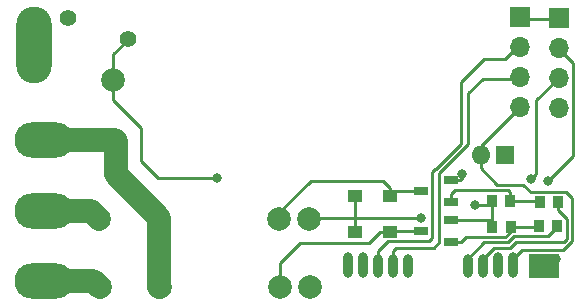
<source format=gbr>
G04 #@! TF.GenerationSoftware,KiCad,Pcbnew,(5.0.2)-1*
G04 #@! TF.CreationDate,2019-05-25T20:09:21+08:00*
G04 #@! TF.ProjectId,2RELAY,3252454c-4159-42e6-9b69-6361645f7063,rev?*
G04 #@! TF.SameCoordinates,Original*
G04 #@! TF.FileFunction,Copper,L1,Top*
G04 #@! TF.FilePolarity,Positive*
%FSLAX46Y46*%
G04 Gerber Fmt 4.6, Leading zero omitted, Abs format (unit mm)*
G04 Created by KiCad (PCBNEW (5.0.2)-1) date 2019-05-25 20:09:21*
%MOMM*%
%LPD*%
G01*
G04 APERTURE LIST*
G04 #@! TA.AperFunction,ComponentPad*
%ADD10R,1.700000X1.700000*%
G04 #@! TD*
G04 #@! TA.AperFunction,ComponentPad*
%ADD11O,1.700000X1.700000*%
G04 #@! TD*
G04 #@! TA.AperFunction,SMDPad,CuDef*
%ADD12R,0.930000X0.980000*%
G04 #@! TD*
G04 #@! TA.AperFunction,SMDPad,CuDef*
%ADD13O,0.800000X2.000000*%
G04 #@! TD*
G04 #@! TA.AperFunction,SMDPad,CuDef*
%ADD14R,2.500000X2.000000*%
G04 #@! TD*
G04 #@! TA.AperFunction,ComponentPad*
%ADD15C,2.000000*%
G04 #@! TD*
G04 #@! TA.AperFunction,ComponentPad*
%ADD16O,1.600000X1.600000*%
G04 #@! TD*
G04 #@! TA.AperFunction,ComponentPad*
%ADD17R,1.600000X1.600000*%
G04 #@! TD*
G04 #@! TA.AperFunction,SMDPad,CuDef*
%ADD18R,1.250000X1.000000*%
G04 #@! TD*
G04 #@! TA.AperFunction,SMDPad,CuDef*
%ADD19R,1.250000X0.700000*%
G04 #@! TD*
G04 #@! TA.AperFunction,ComponentPad*
%ADD20O,5.000000X3.000000*%
G04 #@! TD*
G04 #@! TA.AperFunction,ComponentPad*
%ADD21O,3.000000X6.500000*%
G04 #@! TD*
G04 #@! TA.AperFunction,ComponentPad*
%ADD22C,1.400000*%
G04 #@! TD*
G04 #@! TA.AperFunction,ViaPad*
%ADD23C,0.800000*%
G04 #@! TD*
G04 #@! TA.AperFunction,Conductor*
%ADD24C,0.250000*%
G04 #@! TD*
G04 #@! TA.AperFunction,Conductor*
%ADD25C,2.000000*%
G04 #@! TD*
G04 APERTURE END LIST*
D10*
G04 #@! TO.P,J6,1*
G04 #@! TO.N,GND*
X173829980Y-101079300D03*
D11*
G04 #@! TO.P,J6,2*
G04 #@! TO.N,A4*
X173829980Y-103619300D03*
G04 #@! TO.P,J6,3*
G04 #@! TO.N,A5*
X173829980Y-106159300D03*
G04 #@! TO.P,J6,4*
G04 #@! TO.N,VCC*
X173829980Y-108699300D03*
G04 #@! TD*
D12*
G04 #@! TO.P,R4,1*
G04 #@! TO.N,GND*
X171474640Y-118828820D03*
G04 #@! TO.P,R4,2*
G04 #@! TO.N,Net-(Q2-Pad1)*
X173014640Y-118828820D03*
G04 #@! TD*
G04 #@! TO.P,R3,2*
G04 #@! TO.N,D6*
X176954940Y-118813580D03*
G04 #@! TO.P,R3,1*
G04 #@! TO.N,Net-(Q2-Pad1)*
X175414940Y-118813580D03*
G04 #@! TD*
G04 #@! TO.P,R2,1*
G04 #@! TO.N,GND*
X171447080Y-116646960D03*
G04 #@! TO.P,R2,2*
G04 #@! TO.N,Net-(Q1-Pad1)*
X172987080Y-116646960D03*
G04 #@! TD*
G04 #@! TO.P,R1,2*
G04 #@! TO.N,D7*
X177012980Y-116702840D03*
G04 #@! TO.P,R1,1*
G04 #@! TO.N,Net-(Q1-Pad1)*
X175472980Y-116702840D03*
G04 #@! TD*
D13*
G04 #@! TO.P,U1,8*
G04 #@! TO.N,D2*
X164335460Y-122130820D03*
G04 #@! TO.P,U1,9*
G04 #@! TO.N,A5*
X163065460Y-122130820D03*
G04 #@! TO.P,U1,12*
G04 #@! TO.N,A2*
X159255460Y-122130820D03*
G04 #@! TO.P,U1,11*
G04 #@! TO.N,A3*
X160525460Y-122130820D03*
G04 #@! TO.P,U1,10*
G04 #@! TO.N,A4*
X161795460Y-122130820D03*
G04 #@! TO.P,U1,4*
G04 #@! TO.N,D6*
X169415460Y-122130820D03*
G04 #@! TO.P,U1,3*
G04 #@! TO.N,D7*
X170685460Y-122130820D03*
G04 #@! TO.P,U1,2*
G04 #@! TO.N,GND*
X171955460Y-122130820D03*
G04 #@! TO.P,U1,1*
G04 #@! TO.N,VCC*
X173225460Y-122130820D03*
D14*
G04 #@! TO.P,U1,2*
G04 #@! TO.N,GND*
X175872140Y-122130820D03*
G04 #@! TD*
D15*
G04 #@! TO.P,K1,3*
G04 #@! TO.N,L*
X143280280Y-118220640D03*
G04 #@! TO.P,K1,1*
G04 #@! TO.N,VCC*
X155980280Y-118220640D03*
G04 #@! TO.P,K1,2*
G04 #@! TO.N,Net-(D1-Pad1)*
X153440280Y-118220640D03*
G04 #@! TO.P,K1,4*
G04 #@! TO.N,L1*
X138200280Y-118220640D03*
G04 #@! TD*
G04 #@! TO.P,K2,4*
G04 #@! TO.N,L2*
X138203940Y-123926600D03*
G04 #@! TO.P,K2,2*
G04 #@! TO.N,Net-(D2-Pad1)*
X153443940Y-123926600D03*
G04 #@! TO.P,K2,1*
G04 #@! TO.N,VCC*
X155983940Y-123926600D03*
G04 #@! TO.P,K2,3*
G04 #@! TO.N,L*
X143283940Y-123926600D03*
G04 #@! TD*
D16*
G04 #@! TO.P,C1,1*
G04 #@! TO.N,VCC*
X170493940Y-112758220D03*
D17*
G04 #@! TO.P,C1,2*
G04 #@! TO.N,GND*
X172493940Y-112758220D03*
G04 #@! TD*
D10*
G04 #@! TO.P,J4,1*
G04 #@! TO.N,GND*
X177068480Y-101127560D03*
D11*
G04 #@! TO.P,J4,2*
G04 #@! TO.N,A3*
X177068480Y-103667560D03*
G04 #@! TO.P,J4,3*
G04 #@! TO.N,A2*
X177068480Y-106207560D03*
G04 #@! TO.P,J4,4*
G04 #@! TO.N,VCC*
X177068480Y-108747560D03*
G04 #@! TD*
D18*
G04 #@! TO.P,D2,1*
G04 #@! TO.N,Net-(D2-Pad1)*
X162819080Y-119258080D03*
G04 #@! TO.P,D2,2*
G04 #@! TO.N,VCC*
X159869080Y-119258080D03*
G04 #@! TD*
D19*
G04 #@! TO.P,Q2,1*
G04 #@! TO.N,Net-(Q2-Pad1)*
X167937180Y-120142080D03*
G04 #@! TO.P,Q2,2*
G04 #@! TO.N,GND*
X167937180Y-118242080D03*
G04 #@! TO.P,Q2,3*
G04 #@! TO.N,Net-(D2-Pad1)*
X165437180Y-119192080D03*
G04 #@! TD*
D20*
G04 #@! TO.P,J5,1*
G04 #@! TO.N,L2*
X133520180Y-123398280D03*
G04 #@! TD*
D21*
G04 #@! TO.P,J3,1*
G04 #@! TO.N,N*
X132618480Y-103451660D03*
G04 #@! TD*
D20*
G04 #@! TO.P,J2,1*
G04 #@! TO.N,L1*
X133507480Y-117475000D03*
G04 #@! TD*
G04 #@! TO.P,J1,1*
G04 #@! TO.N,L*
X133464300Y-111500000D03*
G04 #@! TD*
D15*
G04 #@! TO.P,F1,1*
G04 #@! TO.N,Net-(F1-Pad1)*
X139334240Y-106433620D03*
G04 #@! TO.P,F1,2*
G04 #@! TO.N,L*
X139324240Y-111513620D03*
G04 #@! TD*
D22*
G04 #@! TO.P,TH1,1*
G04 #@! TO.N,Net-(F1-Pad1)*
X140573760Y-102974140D03*
G04 #@! TO.P,TH1,2*
G04 #@! TO.N,N*
X135573760Y-101174140D03*
G04 #@! TD*
D18*
G04 #@! TO.P,D1,1*
G04 #@! TO.N,Net-(D1-Pad1)*
X162758120Y-116255800D03*
G04 #@! TO.P,D1,2*
G04 #@! TO.N,VCC*
X159808120Y-116255800D03*
G04 #@! TD*
D19*
G04 #@! TO.P,Q1,3*
G04 #@! TO.N,Net-(D1-Pad1)*
X165427660Y-115818920D03*
G04 #@! TO.P,Q1,2*
G04 #@! TO.N,GND*
X167927660Y-114868920D03*
G04 #@! TO.P,Q1,1*
G04 #@! TO.N,Net-(Q1-Pad1)*
X167927660Y-116768920D03*
G04 #@! TD*
D23*
G04 #@! TO.N,GND*
X176814480Y-121531380D03*
X168869360Y-114396520D03*
X171940220Y-121363433D03*
X170035220Y-116972080D03*
G04 #@! TO.N,Net-(F1-Pad1)*
X148186140Y-114719100D03*
G04 #@! TO.N,VCC*
X173248320Y-121394220D03*
X165387020Y-118094760D03*
G04 #@! TO.N,A2*
X159245300Y-121401840D03*
X174698660Y-114815620D03*
G04 #@! TO.N,A3*
X160543240Y-121376440D03*
X176199800Y-114985800D03*
G04 #@! TD*
D24*
G04 #@! TO.N,Net-(Q1-Pad1)*
X175417100Y-116646960D02*
X175472980Y-116702840D01*
X172987080Y-116646960D02*
X175417100Y-116646960D01*
X172987080Y-115898040D02*
X172987080Y-116646960D01*
X172811440Y-115722400D02*
X172987080Y-115898040D01*
X168277540Y-115722400D02*
X172811440Y-115722400D01*
X167927660Y-116768920D02*
X167927660Y-116072280D01*
X167927660Y-116072280D02*
X168277540Y-115722400D01*
G04 #@! TO.N,GND*
X171474640Y-116674520D02*
X171447080Y-116646960D01*
X173423580Y-101241860D02*
X173400720Y-101219000D01*
X176705260Y-101241860D02*
X173423580Y-101241860D01*
X168038780Y-118242080D02*
X167937180Y-118242080D01*
X171474640Y-118828820D02*
X171474640Y-117848384D01*
X171474640Y-117848384D02*
X171474636Y-117848380D01*
X168802660Y-114868920D02*
X168869360Y-114396520D01*
X167927660Y-114868920D02*
X168802660Y-114868920D01*
X168869360Y-114802220D02*
X168869360Y-114396520D01*
X168869360Y-114396520D02*
X168869360Y-114802220D01*
X171461940Y-118242080D02*
X171474640Y-118229380D01*
X167937180Y-118242080D02*
X171461940Y-118242080D01*
X171474640Y-118828820D02*
X171474640Y-118229380D01*
X171474640Y-118229380D02*
X171474640Y-116674520D01*
X171121960Y-116972080D02*
X171447080Y-116646960D01*
X170035220Y-116972080D02*
X171121960Y-116972080D01*
G04 #@! TO.N,D7*
X170685460Y-121530820D02*
X171600979Y-120615302D01*
X173498650Y-120108980D02*
X177525680Y-120108980D01*
X170685460Y-122130820D02*
X170685460Y-121530820D01*
X177789840Y-118219700D02*
X177012980Y-117442840D01*
X177012980Y-117442840D02*
X177012980Y-116702840D01*
X177525680Y-120108980D02*
X177789840Y-119844820D01*
X177789840Y-119844820D02*
X177789840Y-118219700D01*
X172992329Y-120615302D02*
X173498650Y-120108980D01*
X171600979Y-120615302D02*
X172992329Y-120615302D01*
G04 #@! TO.N,Net-(F1-Pad1)*
X139031820Y-106598720D02*
X139169140Y-106598720D01*
X139169140Y-106598720D02*
X139334240Y-106433620D01*
X140592820Y-102985560D02*
X140592820Y-102871680D01*
X139334240Y-106433620D02*
X139334240Y-104244140D01*
X139334240Y-104244140D02*
X140592820Y-102985560D01*
X139334240Y-108092240D02*
X139334240Y-106433620D01*
X141688820Y-110446820D02*
X139334240Y-108092240D01*
X141688820Y-113281460D02*
X141688820Y-110446820D01*
X148186140Y-114719100D02*
X143126460Y-114719100D01*
X143126460Y-114719100D02*
X141688820Y-113281460D01*
D25*
G04 #@! TO.N,L*
X143280280Y-123922940D02*
X143283940Y-123926600D01*
X143280280Y-118220640D02*
X143280280Y-123922940D01*
X143280280Y-118073320D02*
X143280280Y-118220640D01*
X139570460Y-114363500D02*
X143280280Y-118073320D01*
X139570460Y-111570460D02*
X139570460Y-114363500D01*
X133464300Y-111500000D02*
X139500000Y-111500000D01*
X139500000Y-111500000D02*
X139570460Y-111570460D01*
G04 #@! TO.N,L1*
X137454640Y-117475000D02*
X133507480Y-117475000D01*
X138200280Y-118220640D02*
X137454640Y-117475000D01*
D24*
G04 #@! TO.N,VCC*
X156453840Y-124396500D02*
X155983940Y-123926600D01*
X156250640Y-118491000D02*
X155980280Y-118220640D01*
X159869080Y-116316760D02*
X159808120Y-116255800D01*
X159869080Y-119258080D02*
X159869080Y-118216680D01*
X159869080Y-118216680D02*
X159869080Y-116316760D01*
X172979981Y-109549299D02*
X173829980Y-108699300D01*
X170493940Y-112758220D02*
X170493940Y-112035340D01*
X170493940Y-112035340D02*
X172979981Y-109549299D01*
X165387020Y-118094760D02*
X165387020Y-118094760D01*
X156106160Y-118094760D02*
X165387020Y-118094760D01*
X155980280Y-118220640D02*
X156106160Y-118094760D01*
X174082428Y-115272390D02*
X174697877Y-115887839D01*
X177737981Y-115887839D02*
X178239851Y-116389709D01*
X178239851Y-116389709D02*
X178239851Y-120031220D01*
X178239851Y-120031220D02*
X177465251Y-120805819D01*
X173950461Y-120805819D02*
X173225460Y-121530820D01*
X174697877Y-115887839D02*
X177737981Y-115887839D01*
X177465251Y-120805819D02*
X173950461Y-120805819D01*
X171876740Y-115272390D02*
X174082428Y-115272390D01*
X170493940Y-112758220D02*
X170493940Y-113889590D01*
X170493940Y-113889590D02*
X171876740Y-115272390D01*
X173225460Y-121530820D02*
X173225460Y-122130820D01*
G04 #@! TO.N,A2*
X175163141Y-108112899D02*
X175163141Y-114351139D01*
X175163141Y-114351139D02*
X175098659Y-114415621D01*
X177068480Y-106207560D02*
X175163141Y-108112899D01*
X175098659Y-114415621D02*
X174698660Y-114815620D01*
D25*
G04 #@! TO.N,L2*
X137675620Y-123398280D02*
X138203940Y-123926600D01*
X133520180Y-123398280D02*
X137675620Y-123398280D01*
D24*
G04 #@! TO.N,Net-(Q2-Pad1)*
X175399700Y-118828820D02*
X175414940Y-118813580D01*
X173014640Y-118828820D02*
X175399700Y-118828820D01*
X173014640Y-119275860D02*
X173014640Y-118828820D01*
X172575220Y-119715280D02*
X173014640Y-119275860D01*
X169238980Y-119715280D02*
X172575220Y-119715280D01*
X167937180Y-120142080D02*
X168812180Y-120142080D01*
X168812180Y-120142080D02*
X169238980Y-119715280D01*
G04 #@! TO.N,D6*
X173312251Y-119658969D02*
X172805929Y-120165291D01*
X176954940Y-118838580D02*
X176134551Y-119658969D01*
X170780989Y-120165291D02*
X169415460Y-121530820D01*
X176954940Y-118813580D02*
X176954940Y-118838580D01*
X172805929Y-120165291D02*
X170780989Y-120165291D01*
X169415460Y-121530820D02*
X169415460Y-122130820D01*
X176134551Y-119658969D02*
X173312251Y-119658969D01*
G04 #@! TO.N,A3*
X178306981Y-104934001D02*
X178306981Y-112878619D01*
X177131980Y-103759000D02*
X178306981Y-104934001D01*
X178306981Y-112878619D02*
X176199800Y-114985800D01*
X176199800Y-114985800D02*
X176194720Y-114990880D01*
G04 #@! TO.N,Net-(D2-Pad1)*
X162885080Y-119192080D02*
X162819080Y-119258080D01*
X165437180Y-119192080D02*
X162885080Y-119192080D01*
X161944080Y-119258080D02*
X162819080Y-119258080D01*
X161022060Y-120180100D02*
X161944080Y-119258080D01*
X155166060Y-120180100D02*
X161022060Y-120180100D01*
X153443940Y-123926600D02*
X153443940Y-121902220D01*
X153443940Y-121902220D02*
X155166060Y-120180100D01*
G04 #@! TO.N,Net-(D1-Pad1)*
X163195000Y-115818920D02*
X162758120Y-116255800D01*
X165427660Y-115818920D02*
X163195000Y-115818920D01*
X162758120Y-115524280D02*
X162758120Y-116255800D01*
X162186620Y-114952780D02*
X162758120Y-115524280D01*
X156093160Y-114952780D02*
X162186620Y-114952780D01*
X153440280Y-118220640D02*
X153440280Y-117605660D01*
X153440280Y-117605660D02*
X156093160Y-114952780D01*
G04 #@! TO.N,A5*
X170639740Y-106299000D02*
X173400720Y-106299000D01*
X169436778Y-107501962D02*
X170639740Y-106299000D01*
X169436778Y-111799800D02*
X169436778Y-107501962D01*
X163065460Y-120880820D02*
X163339460Y-120606820D01*
X163065460Y-122130820D02*
X163065460Y-120880820D01*
X163339460Y-120606820D02*
X166481760Y-120606820D01*
X166481760Y-120606820D02*
X166931340Y-120157240D01*
X166931340Y-120157240D02*
X166931340Y-114305238D01*
X166931340Y-114305238D02*
X169436778Y-111799800D01*
G04 #@! TO.N,A4*
X161795460Y-120880820D02*
X161795460Y-122130820D01*
X162593199Y-120083081D02*
X161795460Y-120880820D01*
X166106181Y-120083081D02*
X162593199Y-120083081D01*
X166387181Y-119802081D02*
X166106181Y-120083081D01*
X166387181Y-118582079D02*
X166387181Y-119802081D01*
X166377661Y-118572559D02*
X166387181Y-118582079D01*
X166626540Y-113949480D02*
X166377661Y-114198359D01*
X172550721Y-104608999D02*
X170754941Y-104608999D01*
X166377661Y-114198359D02*
X166377661Y-118572559D01*
X173400720Y-103759000D02*
X172550721Y-104608999D01*
X168805860Y-106558080D02*
X168805860Y-111794308D01*
X170754941Y-104608999D02*
X168805860Y-106558080D01*
X168805860Y-111794308D02*
X166650688Y-113949480D01*
X166650688Y-113949480D02*
X166626540Y-113949480D01*
G04 #@! TD*
M02*

</source>
